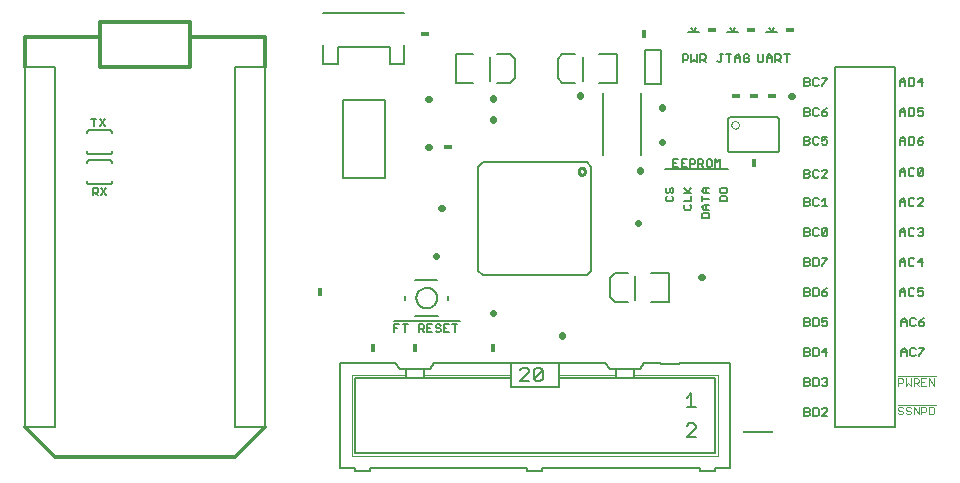
<source format=gto>
G75*
%MOIN*%
%OFA0B0*%
%FSLAX24Y24*%
%IPPOS*%
%LPD*%
%AMOC8*
5,1,8,0,0,1.08239X$1,22.5*
%
%ADD10C,0.0050*%
%ADD11C,0.0040*%
%ADD12C,0.0080*%
%ADD13C,0.0220*%
%ADD14C,0.0100*%
%ADD15C,0.0060*%
%ADD16C,0.0020*%
%ADD17R,0.0300X0.0180*%
%ADD18R,0.0180X0.0300*%
%ADD19C,0.0120*%
%ADD20R,0.1000X0.0100*%
%ADD21C,0.0079*%
D10*
X014970Y005808D02*
X014970Y006059D01*
X015137Y006059D01*
X015246Y006059D02*
X015413Y006059D01*
X015330Y006059D02*
X015330Y005808D01*
X015053Y005933D02*
X014970Y005933D01*
X014945Y006158D02*
X017155Y006158D01*
X017071Y006059D02*
X016904Y006059D01*
X016987Y006059D02*
X016987Y005808D01*
X016794Y005808D02*
X016627Y005808D01*
X016627Y006059D01*
X016794Y006059D01*
X016711Y005933D02*
X016627Y005933D01*
X016518Y005892D02*
X016476Y005933D01*
X016393Y005933D01*
X016351Y005975D01*
X016351Y006017D01*
X016393Y006059D01*
X016476Y006059D01*
X016518Y006017D01*
X016518Y005892D02*
X016518Y005850D01*
X016476Y005808D01*
X016393Y005808D01*
X016351Y005850D01*
X016242Y005808D02*
X016075Y005808D01*
X016075Y006059D01*
X016242Y006059D01*
X016158Y005933D02*
X016075Y005933D01*
X015966Y005933D02*
X015924Y005892D01*
X015799Y005892D01*
X015882Y005892D02*
X015966Y005808D01*
X015966Y005933D02*
X015966Y006017D01*
X015924Y006059D01*
X015799Y006059D01*
X015799Y005808D01*
X019154Y004534D02*
X019229Y004609D01*
X019379Y004609D01*
X019454Y004534D01*
X019454Y004459D01*
X019154Y004158D01*
X019454Y004158D01*
X019615Y004233D02*
X019915Y004534D01*
X019915Y004233D01*
X019840Y004158D01*
X019690Y004158D01*
X019615Y004233D01*
X019615Y004534D01*
X019690Y004609D01*
X019840Y004609D01*
X019915Y004534D01*
X023000Y006883D02*
X023000Y007683D01*
X025225Y009603D02*
X025225Y009728D01*
X025266Y009770D01*
X025433Y009770D01*
X025475Y009728D01*
X025475Y009603D01*
X025225Y009603D01*
X025308Y009880D02*
X025225Y009963D01*
X025308Y010046D01*
X025475Y010046D01*
X025350Y010046D02*
X025350Y009880D01*
X025308Y009880D02*
X025475Y009880D01*
X025475Y010239D02*
X025225Y010239D01*
X025225Y010156D02*
X025225Y010323D01*
X025308Y010432D02*
X025225Y010515D01*
X025308Y010599D01*
X025475Y010599D01*
X025350Y010599D02*
X025350Y010432D01*
X025308Y010432D02*
X025475Y010432D01*
X025825Y010474D02*
X025866Y010432D01*
X026033Y010432D01*
X026075Y010474D01*
X026075Y010557D01*
X026033Y010599D01*
X025866Y010599D01*
X025825Y010557D01*
X025825Y010474D01*
X025866Y010323D02*
X025825Y010281D01*
X025825Y010156D01*
X026075Y010156D01*
X026075Y010281D01*
X026033Y010323D01*
X025866Y010323D01*
X024875Y010323D02*
X024875Y010156D01*
X024625Y010156D01*
X024666Y010046D02*
X024625Y010005D01*
X024625Y009921D01*
X024666Y009880D01*
X024833Y009880D01*
X024875Y009921D01*
X024875Y010005D01*
X024833Y010046D01*
X024792Y010432D02*
X024625Y010599D01*
X024625Y010432D02*
X024875Y010432D01*
X024750Y010474D02*
X024875Y010599D01*
X024275Y010557D02*
X024275Y010474D01*
X024233Y010432D01*
X024150Y010474D02*
X024108Y010432D01*
X024066Y010432D01*
X024025Y010474D01*
X024025Y010557D01*
X024066Y010599D01*
X024150Y010557D02*
X024192Y010599D01*
X024233Y010599D01*
X024275Y010557D01*
X024150Y010557D02*
X024150Y010474D01*
X024233Y010323D02*
X024275Y010281D01*
X024275Y010198D01*
X024233Y010156D01*
X024066Y010156D01*
X024025Y010198D01*
X024025Y010281D01*
X024066Y010323D01*
X024275Y011308D02*
X024442Y011308D01*
X024551Y011308D02*
X024718Y011308D01*
X024827Y011308D02*
X024827Y011559D01*
X024953Y011559D01*
X024994Y011517D01*
X024994Y011433D01*
X024953Y011392D01*
X024827Y011392D01*
X024635Y011433D02*
X024551Y011433D01*
X024551Y011308D02*
X024551Y011559D01*
X024718Y011559D01*
X024442Y011559D02*
X024275Y011559D01*
X024275Y011308D01*
X024275Y011433D02*
X024358Y011433D01*
X025104Y011392D02*
X025229Y011392D01*
X025271Y011433D01*
X025271Y011517D01*
X025229Y011559D01*
X025104Y011559D01*
X025104Y011308D01*
X025187Y011392D02*
X025271Y011308D01*
X025380Y011350D02*
X025422Y011308D01*
X025505Y011308D01*
X025547Y011350D01*
X025547Y011517D01*
X025505Y011559D01*
X025422Y011559D01*
X025380Y011517D01*
X025380Y011350D01*
X025656Y011308D02*
X025656Y011559D01*
X025740Y011475D01*
X025823Y011559D01*
X025823Y011308D01*
X023180Y011710D02*
X023180Y013757D01*
X021920Y013757D02*
X021920Y011710D01*
X021250Y014183D02*
X021250Y014983D01*
X018150Y014983D02*
X018150Y014183D01*
X024583Y014788D02*
X024583Y015059D01*
X024718Y015059D01*
X024763Y015014D01*
X024763Y014923D01*
X024718Y014878D01*
X024583Y014878D01*
X024878Y014788D02*
X024968Y014878D01*
X025058Y014788D01*
X025058Y015059D01*
X025172Y015059D02*
X025307Y015059D01*
X025352Y015014D01*
X025352Y014923D01*
X025307Y014878D01*
X025172Y014878D01*
X025172Y014788D02*
X025172Y015059D01*
X025262Y014878D02*
X025352Y014788D01*
X025736Y014833D02*
X025781Y014788D01*
X025826Y014788D01*
X025871Y014833D01*
X025871Y015059D01*
X025826Y015059D02*
X025916Y015059D01*
X026030Y015059D02*
X026211Y015059D01*
X026120Y015059D02*
X026120Y014788D01*
X026325Y014788D02*
X026325Y014968D01*
X026415Y015059D01*
X026505Y014968D01*
X026505Y014788D01*
X026620Y014833D02*
X026665Y014788D01*
X026755Y014788D01*
X026800Y014833D01*
X026800Y014923D01*
X026710Y014923D01*
X026620Y015014D02*
X026620Y014833D01*
X026505Y014923D02*
X026325Y014923D01*
X026620Y015014D02*
X026665Y015059D01*
X026755Y015059D01*
X026800Y015014D01*
X027086Y015059D02*
X027086Y014833D01*
X027131Y014788D01*
X027221Y014788D01*
X027266Y014833D01*
X027266Y015059D01*
X027380Y014968D02*
X027470Y015059D01*
X027561Y014968D01*
X027561Y014788D01*
X027675Y014788D02*
X027675Y015059D01*
X027810Y015059D01*
X027855Y015014D01*
X027855Y014923D01*
X027810Y014878D01*
X027675Y014878D01*
X027765Y014878D02*
X027855Y014788D01*
X028060Y014788D02*
X028060Y015059D01*
X027970Y015059D02*
X028150Y015059D01*
X027561Y014923D02*
X027380Y014923D01*
X027380Y014968D02*
X027380Y014788D01*
X028641Y014269D02*
X028776Y014269D01*
X028821Y014224D01*
X028821Y014178D01*
X028776Y014133D01*
X028641Y014133D01*
X028641Y013998D02*
X028641Y014269D01*
X028776Y014133D02*
X028821Y014088D01*
X028821Y014043D01*
X028776Y013998D01*
X028641Y013998D01*
X028936Y014043D02*
X028936Y014224D01*
X028981Y014269D01*
X029071Y014269D01*
X029116Y014224D01*
X029230Y014269D02*
X029411Y014269D01*
X029411Y014224D01*
X029230Y014043D01*
X029230Y013998D01*
X029116Y014043D02*
X029071Y013998D01*
X028981Y013998D01*
X028936Y014043D01*
X028981Y013269D02*
X028936Y013224D01*
X028936Y013043D01*
X028981Y012998D01*
X029071Y012998D01*
X029116Y013043D01*
X029230Y013043D02*
X029275Y012998D01*
X029365Y012998D01*
X029411Y013043D01*
X029411Y013088D01*
X029365Y013133D01*
X029230Y013133D01*
X029230Y013043D01*
X029230Y013133D02*
X029320Y013224D01*
X029411Y013269D01*
X029116Y013224D02*
X029071Y013269D01*
X028981Y013269D01*
X028821Y013224D02*
X028776Y013269D01*
X028641Y013269D01*
X028641Y012998D01*
X028776Y012998D01*
X028821Y013043D01*
X028821Y013088D01*
X028776Y013133D01*
X028641Y013133D01*
X028776Y013133D02*
X028821Y013178D01*
X028821Y013224D01*
X028776Y012319D02*
X028641Y012319D01*
X028641Y012048D01*
X028776Y012048D01*
X028821Y012093D01*
X028821Y012138D01*
X028776Y012183D01*
X028641Y012183D01*
X028776Y012183D02*
X028821Y012228D01*
X028821Y012274D01*
X028776Y012319D01*
X028936Y012274D02*
X028936Y012093D01*
X028981Y012048D01*
X029071Y012048D01*
X029116Y012093D01*
X029230Y012093D02*
X029275Y012048D01*
X029365Y012048D01*
X029411Y012093D01*
X029411Y012183D01*
X029365Y012228D01*
X029320Y012228D01*
X029230Y012183D01*
X029230Y012319D01*
X029411Y012319D01*
X029116Y012274D02*
X029071Y012319D01*
X028981Y012319D01*
X028936Y012274D01*
X028981Y011219D02*
X028936Y011174D01*
X028936Y010993D01*
X028981Y010948D01*
X029071Y010948D01*
X029116Y010993D01*
X029230Y010948D02*
X029411Y011128D01*
X029411Y011174D01*
X029365Y011219D01*
X029275Y011219D01*
X029230Y011174D01*
X029116Y011174D02*
X029071Y011219D01*
X028981Y011219D01*
X028821Y011174D02*
X028821Y011128D01*
X028776Y011083D01*
X028641Y011083D01*
X028641Y010948D02*
X028776Y010948D01*
X028821Y010993D01*
X028821Y011038D01*
X028776Y011083D01*
X028821Y011174D02*
X028776Y011219D01*
X028641Y011219D01*
X028641Y010948D01*
X029230Y010948D02*
X029411Y010948D01*
X029320Y010269D02*
X029230Y010178D01*
X029116Y010224D02*
X029071Y010269D01*
X028981Y010269D01*
X028936Y010224D01*
X028936Y010043D01*
X028981Y009998D01*
X029071Y009998D01*
X029116Y010043D01*
X029230Y009998D02*
X029411Y009998D01*
X029320Y009998D02*
X029320Y010269D01*
X028821Y010224D02*
X028821Y010178D01*
X028776Y010133D01*
X028641Y010133D01*
X028641Y009998D02*
X028641Y010269D01*
X028776Y010269D01*
X028821Y010224D01*
X028776Y010133D02*
X028821Y010088D01*
X028821Y010043D01*
X028776Y009998D01*
X028641Y009998D01*
X028641Y009269D02*
X028776Y009269D01*
X028821Y009224D01*
X028821Y009178D01*
X028776Y009133D01*
X028641Y009133D01*
X028641Y008998D02*
X028776Y008998D01*
X028821Y009043D01*
X028821Y009088D01*
X028776Y009133D01*
X028936Y009043D02*
X028936Y009224D01*
X028981Y009269D01*
X029071Y009269D01*
X029116Y009224D01*
X029230Y009224D02*
X029275Y009269D01*
X029365Y009269D01*
X029411Y009224D01*
X029230Y009043D01*
X029275Y008998D01*
X029365Y008998D01*
X029411Y009043D01*
X029411Y009224D01*
X029230Y009224D02*
X029230Y009043D01*
X029116Y009043D02*
X029071Y008998D01*
X028981Y008998D01*
X028936Y009043D01*
X028641Y008998D02*
X028641Y009269D01*
X028641Y008269D02*
X028776Y008269D01*
X028821Y008224D01*
X028821Y008178D01*
X028776Y008133D01*
X028641Y008133D01*
X028641Y007998D02*
X028776Y007998D01*
X028821Y008043D01*
X028821Y008088D01*
X028776Y008133D01*
X028641Y007998D02*
X028641Y008269D01*
X028936Y008269D02*
X029071Y008269D01*
X029116Y008224D01*
X029116Y008043D01*
X029071Y007998D01*
X028936Y007998D01*
X028936Y008269D01*
X029230Y008269D02*
X029411Y008269D01*
X029411Y008224D01*
X029230Y008043D01*
X029230Y007998D01*
X029071Y007269D02*
X028936Y007269D01*
X028936Y006998D01*
X029071Y006998D01*
X029116Y007043D01*
X029116Y007224D01*
X029071Y007269D01*
X029230Y007133D02*
X029365Y007133D01*
X029411Y007088D01*
X029411Y007043D01*
X029365Y006998D01*
X029275Y006998D01*
X029230Y007043D01*
X029230Y007133D01*
X029320Y007224D01*
X029411Y007269D01*
X028821Y007224D02*
X028821Y007178D01*
X028776Y007133D01*
X028641Y007133D01*
X028641Y006998D02*
X028776Y006998D01*
X028821Y007043D01*
X028821Y007088D01*
X028776Y007133D01*
X028821Y007224D02*
X028776Y007269D01*
X028641Y007269D01*
X028641Y006998D01*
X028641Y006269D02*
X028776Y006269D01*
X028821Y006224D01*
X028821Y006178D01*
X028776Y006133D01*
X028641Y006133D01*
X028641Y005998D02*
X028641Y006269D01*
X028776Y006133D02*
X028821Y006088D01*
X028821Y006043D01*
X028776Y005998D01*
X028641Y005998D01*
X028936Y005998D02*
X028936Y006269D01*
X029071Y006269D01*
X029116Y006224D01*
X029116Y006043D01*
X029071Y005998D01*
X028936Y005998D01*
X029230Y006043D02*
X029275Y005998D01*
X029365Y005998D01*
X029411Y006043D01*
X029411Y006133D01*
X029365Y006178D01*
X029320Y006178D01*
X029230Y006133D01*
X029230Y006269D01*
X029411Y006269D01*
X029365Y005269D02*
X029230Y005133D01*
X029411Y005133D01*
X029365Y004998D02*
X029365Y005269D01*
X029116Y005224D02*
X029071Y005269D01*
X028936Y005269D01*
X028936Y004998D01*
X029071Y004998D01*
X029116Y005043D01*
X029116Y005224D01*
X028821Y005224D02*
X028776Y005269D01*
X028641Y005269D01*
X028641Y004998D01*
X028776Y004998D01*
X028821Y005043D01*
X028821Y005088D01*
X028776Y005133D01*
X028641Y005133D01*
X028776Y005133D02*
X028821Y005178D01*
X028821Y005224D01*
X028776Y004269D02*
X028641Y004269D01*
X028641Y003998D01*
X028776Y003998D01*
X028821Y004043D01*
X028821Y004088D01*
X028776Y004133D01*
X028641Y004133D01*
X028776Y004133D02*
X028821Y004178D01*
X028821Y004224D01*
X028776Y004269D01*
X028936Y004269D02*
X029071Y004269D01*
X029116Y004224D01*
X029116Y004043D01*
X029071Y003998D01*
X028936Y003998D01*
X028936Y004269D01*
X029230Y004224D02*
X029275Y004269D01*
X029365Y004269D01*
X029411Y004224D01*
X029411Y004178D01*
X029365Y004133D01*
X029411Y004088D01*
X029411Y004043D01*
X029365Y003998D01*
X029275Y003998D01*
X029230Y004043D01*
X029320Y004133D02*
X029365Y004133D01*
X029365Y003269D02*
X029275Y003269D01*
X029230Y003224D01*
X029116Y003224D02*
X029071Y003269D01*
X028936Y003269D01*
X028936Y002998D01*
X029071Y002998D01*
X029116Y003043D01*
X029116Y003224D01*
X029230Y002998D02*
X029411Y003178D01*
X029411Y003224D01*
X029365Y003269D01*
X029411Y002998D02*
X029230Y002998D01*
X028821Y003043D02*
X028776Y002998D01*
X028641Y002998D01*
X028641Y003269D01*
X028776Y003269D01*
X028821Y003224D01*
X028821Y003178D01*
X028776Y003133D01*
X028641Y003133D01*
X028776Y003133D02*
X028821Y003088D01*
X028821Y003043D01*
X031875Y004998D02*
X031875Y005178D01*
X031965Y005269D01*
X032055Y005178D01*
X032055Y004998D01*
X032170Y005043D02*
X032215Y004998D01*
X032305Y004998D01*
X032350Y005043D01*
X032464Y005043D02*
X032464Y004998D01*
X032464Y005043D02*
X032644Y005224D01*
X032644Y005269D01*
X032464Y005269D01*
X032350Y005224D02*
X032305Y005269D01*
X032215Y005269D01*
X032170Y005224D01*
X032170Y005043D01*
X032055Y005133D02*
X031875Y005133D01*
X031875Y005998D02*
X031875Y006178D01*
X031965Y006269D01*
X032055Y006178D01*
X032055Y005998D01*
X032170Y006043D02*
X032215Y005998D01*
X032305Y005998D01*
X032350Y006043D01*
X032464Y006043D02*
X032509Y005998D01*
X032599Y005998D01*
X032644Y006043D01*
X032644Y006088D01*
X032599Y006133D01*
X032464Y006133D01*
X032464Y006043D01*
X032464Y006133D02*
X032554Y006224D01*
X032644Y006269D01*
X032350Y006224D02*
X032305Y006269D01*
X032215Y006269D01*
X032170Y006224D01*
X032170Y006043D01*
X032055Y006133D02*
X031875Y006133D01*
X031825Y006998D02*
X031825Y007178D01*
X031915Y007269D01*
X032005Y007178D01*
X032005Y006998D01*
X032120Y007043D02*
X032165Y006998D01*
X032255Y006998D01*
X032300Y007043D01*
X032414Y007043D02*
X032459Y006998D01*
X032549Y006998D01*
X032594Y007043D01*
X032594Y007133D01*
X032549Y007178D01*
X032504Y007178D01*
X032414Y007133D01*
X032414Y007269D01*
X032594Y007269D01*
X032300Y007224D02*
X032255Y007269D01*
X032165Y007269D01*
X032120Y007224D01*
X032120Y007043D01*
X032005Y007133D02*
X031825Y007133D01*
X031825Y007998D02*
X031825Y008178D01*
X031915Y008269D01*
X032005Y008178D01*
X032005Y007998D01*
X032120Y008043D02*
X032165Y007998D01*
X032255Y007998D01*
X032300Y008043D01*
X032414Y008133D02*
X032549Y008269D01*
X032549Y007998D01*
X032594Y008133D02*
X032414Y008133D01*
X032300Y008224D02*
X032255Y008269D01*
X032165Y008269D01*
X032120Y008224D01*
X032120Y008043D01*
X032005Y008133D02*
X031825Y008133D01*
X031825Y008998D02*
X031825Y009178D01*
X031915Y009269D01*
X032005Y009178D01*
X032005Y008998D01*
X032120Y009043D02*
X032165Y008998D01*
X032255Y008998D01*
X032300Y009043D01*
X032414Y009043D02*
X032459Y008998D01*
X032549Y008998D01*
X032594Y009043D01*
X032594Y009088D01*
X032549Y009133D01*
X032504Y009133D01*
X032549Y009133D02*
X032594Y009178D01*
X032594Y009224D01*
X032549Y009269D01*
X032459Y009269D01*
X032414Y009224D01*
X032300Y009224D02*
X032255Y009269D01*
X032165Y009269D01*
X032120Y009224D01*
X032120Y009043D01*
X032005Y009133D02*
X031825Y009133D01*
X031825Y009998D02*
X031825Y010178D01*
X031915Y010269D01*
X032005Y010178D01*
X032005Y009998D01*
X032120Y010043D02*
X032165Y009998D01*
X032255Y009998D01*
X032300Y010043D01*
X032414Y009998D02*
X032594Y010178D01*
X032594Y010224D01*
X032549Y010269D01*
X032459Y010269D01*
X032414Y010224D01*
X032300Y010224D02*
X032255Y010269D01*
X032165Y010269D01*
X032120Y010224D01*
X032120Y010043D01*
X032005Y010133D02*
X031825Y010133D01*
X032414Y009998D02*
X032594Y009998D01*
X032549Y010998D02*
X032459Y010998D01*
X032414Y011043D01*
X032594Y011224D01*
X032594Y011043D01*
X032549Y010998D01*
X032414Y011043D02*
X032414Y011224D01*
X032459Y011269D01*
X032549Y011269D01*
X032594Y011224D01*
X032300Y011224D02*
X032255Y011269D01*
X032165Y011269D01*
X032120Y011224D01*
X032120Y011043D01*
X032165Y010998D01*
X032255Y010998D01*
X032300Y011043D01*
X032005Y010998D02*
X032005Y011178D01*
X031915Y011269D01*
X031825Y011178D01*
X031825Y010998D01*
X031825Y011133D02*
X032005Y011133D01*
X032005Y012048D02*
X032005Y012228D01*
X031915Y012319D01*
X031825Y012228D01*
X031825Y012048D01*
X031825Y012183D02*
X032005Y012183D01*
X032120Y012048D02*
X032255Y012048D01*
X032300Y012093D01*
X032300Y012274D01*
X032255Y012319D01*
X032120Y012319D01*
X032120Y012048D01*
X032414Y012093D02*
X032459Y012048D01*
X032549Y012048D01*
X032594Y012093D01*
X032594Y012138D01*
X032549Y012183D01*
X032414Y012183D01*
X032414Y012093D01*
X032414Y012183D02*
X032504Y012274D01*
X032594Y012319D01*
X032549Y012998D02*
X032459Y012998D01*
X032414Y013043D01*
X032414Y013133D02*
X032504Y013178D01*
X032549Y013178D01*
X032594Y013133D01*
X032594Y013043D01*
X032549Y012998D01*
X032414Y013133D02*
X032414Y013269D01*
X032594Y013269D01*
X032300Y013224D02*
X032255Y013269D01*
X032120Y013269D01*
X032120Y012998D01*
X032255Y012998D01*
X032300Y013043D01*
X032300Y013224D01*
X032005Y013178D02*
X032005Y012998D01*
X032005Y013133D02*
X031825Y013133D01*
X031825Y013178D02*
X031915Y013269D01*
X032005Y013178D01*
X031825Y013178D02*
X031825Y012998D01*
X031825Y013998D02*
X031825Y014178D01*
X031915Y014269D01*
X032005Y014178D01*
X032005Y013998D01*
X032120Y013998D02*
X032255Y013998D01*
X032300Y014043D01*
X032300Y014224D01*
X032255Y014269D01*
X032120Y014269D01*
X032120Y013998D01*
X032005Y014133D02*
X031825Y014133D01*
X032414Y014133D02*
X032594Y014133D01*
X032549Y013998D02*
X032549Y014269D01*
X032414Y014133D01*
X024878Y014788D02*
X024878Y015059D01*
X005368Y010609D02*
X005201Y010358D01*
X005092Y010358D02*
X005008Y010442D01*
X005050Y010442D02*
X004925Y010442D01*
X004925Y010358D02*
X004925Y010609D01*
X005050Y010609D01*
X005092Y010567D01*
X005092Y010483D01*
X005050Y010442D01*
X005201Y010609D02*
X005368Y010358D01*
X005318Y012658D02*
X005151Y012909D01*
X005042Y012909D02*
X004875Y012909D01*
X004958Y012909D02*
X004958Y012658D01*
X005151Y012658D02*
X005318Y012909D01*
X024715Y003609D02*
X024865Y003759D01*
X024865Y003308D01*
X024715Y003308D02*
X025015Y003308D01*
X024940Y002759D02*
X024790Y002759D01*
X024715Y002684D01*
X024940Y002759D02*
X025015Y002684D01*
X025015Y002609D01*
X024715Y002308D01*
X025015Y002308D01*
D11*
X031770Y003103D02*
X031810Y003063D01*
X031890Y003063D01*
X031930Y003103D01*
X031930Y003143D01*
X031890Y003183D01*
X031810Y003183D01*
X031770Y003223D01*
X031770Y003264D01*
X031810Y003304D01*
X031890Y003304D01*
X031930Y003264D01*
X032028Y003264D02*
X032028Y003223D01*
X032068Y003183D01*
X032148Y003183D01*
X032188Y003143D01*
X032188Y003103D01*
X032148Y003063D01*
X032068Y003063D01*
X032028Y003103D01*
X032028Y003264D02*
X032068Y003304D01*
X032148Y003304D01*
X032188Y003264D01*
X032286Y003304D02*
X032446Y003063D01*
X032446Y003304D01*
X032543Y003304D02*
X032664Y003304D01*
X032704Y003264D01*
X032704Y003183D01*
X032664Y003143D01*
X032543Y003143D01*
X032543Y003063D02*
X032543Y003304D01*
X032286Y003304D02*
X032286Y003063D01*
X032801Y003063D02*
X032921Y003063D01*
X032961Y003103D01*
X032961Y003264D01*
X032921Y003304D01*
X032801Y003304D01*
X032801Y003063D01*
X033039Y003383D02*
X031750Y003383D01*
X031770Y004013D02*
X031770Y004254D01*
X031890Y004254D01*
X031930Y004214D01*
X031930Y004133D01*
X031890Y004093D01*
X031770Y004093D01*
X031750Y004333D02*
X033039Y004333D01*
X032961Y004254D02*
X032961Y004013D01*
X032801Y004254D01*
X032801Y004013D01*
X032704Y004013D02*
X032543Y004013D01*
X032543Y004254D01*
X032704Y004254D01*
X032624Y004133D02*
X032543Y004133D01*
X032446Y004133D02*
X032406Y004093D01*
X032286Y004093D01*
X032286Y004013D02*
X032286Y004254D01*
X032406Y004254D01*
X032446Y004214D01*
X032446Y004133D01*
X032366Y004093D02*
X032446Y004013D01*
X032188Y004013D02*
X032188Y004254D01*
X032028Y004254D02*
X032028Y004013D01*
X032108Y004093D01*
X032188Y004013D01*
D12*
X031650Y002633D02*
X029650Y002633D01*
X029650Y014633D01*
X031650Y014633D01*
X031650Y002633D01*
X024134Y006811D02*
X023544Y006811D01*
X024134Y006811D02*
X024134Y007756D01*
X023544Y007756D01*
X022756Y007756D02*
X022323Y007756D01*
X022166Y007598D01*
X022166Y006968D01*
X022323Y006811D01*
X022756Y006811D01*
X021540Y007851D02*
X021382Y007694D01*
X017918Y007694D01*
X017760Y007851D01*
X017760Y011316D01*
X017918Y011473D01*
X021382Y011473D01*
X021540Y011316D01*
X021540Y007851D01*
X024000Y011233D02*
X026100Y011233D01*
X022384Y014111D02*
X021794Y014111D01*
X022384Y014111D02*
X022384Y015056D01*
X021794Y015056D01*
X021006Y015056D02*
X020573Y015056D01*
X020416Y014898D01*
X020416Y014268D01*
X020573Y014111D01*
X021006Y014111D01*
X018984Y014268D02*
X018827Y014111D01*
X018394Y014111D01*
X018984Y014268D02*
X018984Y014898D01*
X018827Y015056D01*
X018394Y015056D01*
X017606Y015056D02*
X017016Y015056D01*
X017016Y014111D01*
X017606Y014111D01*
X015289Y014751D02*
X014816Y014751D01*
X014816Y015302D01*
X013084Y015302D01*
X013084Y014751D01*
X012611Y014751D01*
X012611Y015381D01*
X012611Y016444D02*
X015289Y016444D01*
X015289Y015381D02*
X015289Y014751D01*
X014650Y013523D02*
X013250Y013523D01*
X013250Y010943D01*
X014650Y010943D01*
X014650Y013523D01*
X010650Y014633D02*
X010650Y002633D01*
X009650Y002633D01*
X009650Y014633D01*
X010650Y014633D01*
X005475Y012533D02*
X004825Y012533D01*
X004808Y012531D01*
X004791Y012527D01*
X004775Y012520D01*
X004761Y012510D01*
X004748Y012497D01*
X004738Y012483D01*
X004731Y012467D01*
X004727Y012450D01*
X004725Y012433D01*
X005475Y012533D02*
X005492Y012531D01*
X005509Y012527D01*
X005525Y012520D01*
X005539Y012510D01*
X005552Y012497D01*
X005562Y012483D01*
X005569Y012467D01*
X005573Y012450D01*
X005575Y012433D01*
X005575Y011833D02*
X005573Y011816D01*
X005569Y011799D01*
X005562Y011783D01*
X005552Y011769D01*
X005539Y011756D01*
X005525Y011746D01*
X005509Y011739D01*
X005492Y011735D01*
X005475Y011733D01*
X004825Y011733D01*
X004808Y011735D01*
X004791Y011739D01*
X004775Y011746D01*
X004761Y011756D01*
X004748Y011769D01*
X004738Y011783D01*
X004731Y011799D01*
X004727Y011816D01*
X004725Y011833D01*
X004825Y011533D02*
X005475Y011533D01*
X005492Y011531D01*
X005509Y011527D01*
X005525Y011520D01*
X005539Y011510D01*
X005552Y011497D01*
X005562Y011483D01*
X005569Y011467D01*
X005573Y011450D01*
X005575Y011433D01*
X004825Y011533D02*
X004808Y011531D01*
X004791Y011527D01*
X004775Y011520D01*
X004761Y011510D01*
X004748Y011497D01*
X004738Y011483D01*
X004731Y011467D01*
X004727Y011450D01*
X004725Y011433D01*
X004725Y010833D02*
X004727Y010816D01*
X004731Y010799D01*
X004738Y010783D01*
X004748Y010769D01*
X004761Y010756D01*
X004775Y010746D01*
X004791Y010739D01*
X004808Y010735D01*
X004825Y010733D01*
X005475Y010733D01*
X005492Y010735D01*
X005509Y010739D01*
X005525Y010746D01*
X005539Y010756D01*
X005552Y010769D01*
X005562Y010783D01*
X005569Y010799D01*
X005573Y010816D01*
X005575Y010833D01*
X003650Y014633D02*
X002650Y014633D01*
X002650Y002633D01*
X003650Y002633D01*
X003650Y014633D01*
X024769Y015816D02*
X024950Y015816D01*
X024858Y015938D01*
X024950Y015816D02*
X025131Y015816D01*
X025036Y015938D02*
X024960Y015822D01*
X026069Y015816D02*
X026250Y015816D01*
X026158Y015938D01*
X026250Y015816D02*
X026431Y015816D01*
X026336Y015938D02*
X026260Y015822D01*
X027369Y015816D02*
X027550Y015816D01*
X027458Y015938D01*
X027550Y015816D02*
X027731Y015816D01*
X027636Y015938D02*
X027560Y015822D01*
D13*
X028188Y013683D02*
X028212Y013683D01*
X023900Y013295D02*
X023900Y013271D01*
X023900Y012145D02*
X023900Y012121D01*
X023150Y011195D02*
X023150Y011171D01*
X023100Y009445D02*
X023100Y009421D01*
X025188Y007633D02*
X025212Y007633D01*
X020550Y005695D02*
X020550Y005671D01*
X018250Y006421D02*
X018250Y006445D01*
X016350Y008321D02*
X016350Y008345D01*
X016538Y009933D02*
X016562Y009933D01*
X016112Y011983D02*
X016088Y011983D01*
X018250Y012871D02*
X018250Y012895D01*
X018250Y013571D02*
X018250Y013595D01*
X016112Y013583D02*
X016088Y013583D01*
X021150Y013671D02*
X021150Y013695D01*
D14*
X021114Y011158D02*
X021116Y011178D01*
X021121Y011198D01*
X021131Y011216D01*
X021143Y011233D01*
X021158Y011247D01*
X021176Y011257D01*
X021195Y011265D01*
X021215Y011269D01*
X021235Y011269D01*
X021255Y011265D01*
X021274Y011257D01*
X021292Y011247D01*
X021307Y011233D01*
X021319Y011216D01*
X021329Y011198D01*
X021334Y011178D01*
X021336Y011158D01*
X021334Y011138D01*
X021329Y011118D01*
X021319Y011100D01*
X021307Y011083D01*
X021292Y011069D01*
X021274Y011059D01*
X021255Y011051D01*
X021235Y011047D01*
X021215Y011047D01*
X021195Y011051D01*
X021176Y011059D01*
X021158Y011069D01*
X021143Y011083D01*
X021131Y011100D01*
X021121Y011118D01*
X021116Y011138D01*
X021114Y011158D01*
D15*
X026094Y011897D02*
X026094Y012862D01*
X026094Y012866D02*
X026095Y012883D01*
X026100Y012900D01*
X026107Y012915D01*
X026117Y012929D01*
X026129Y012941D01*
X026143Y012951D01*
X026158Y012958D01*
X026175Y012963D01*
X026192Y012964D01*
X026196Y012964D02*
X027708Y012964D01*
X027725Y012963D01*
X027742Y012958D01*
X027757Y012951D01*
X027771Y012941D01*
X027783Y012929D01*
X027793Y012915D01*
X027800Y012900D01*
X027805Y012883D01*
X027806Y012866D01*
X027806Y012870D02*
X027806Y011905D01*
X027806Y011901D02*
X027805Y011884D01*
X027800Y011867D01*
X027793Y011852D01*
X027783Y011838D01*
X027771Y011826D01*
X027757Y011816D01*
X027742Y011809D01*
X027725Y011804D01*
X027708Y011803D01*
X026192Y011803D01*
X026175Y011804D01*
X026158Y011809D01*
X026143Y011816D01*
X026129Y011826D01*
X026117Y011838D01*
X026107Y011852D01*
X026100Y011867D01*
X026095Y011884D01*
X026094Y011901D01*
X023860Y014073D02*
X023340Y014073D01*
X023340Y015193D01*
X023860Y015193D01*
X023860Y014073D01*
X023850Y004783D02*
X023300Y004783D01*
X023150Y004583D01*
X022950Y004583D01*
X022350Y004583D01*
X022150Y004583D01*
X022000Y004783D01*
X020450Y004783D01*
X020450Y004383D01*
X020450Y004283D01*
X022350Y004283D01*
X022950Y004283D01*
X025650Y004283D01*
X025650Y001783D01*
X013650Y001783D01*
X013650Y004283D01*
X015350Y004283D01*
X015950Y004283D01*
X018850Y004283D01*
X018850Y004383D01*
X018850Y004783D01*
X020450Y004783D01*
X020450Y004283D02*
X020450Y003983D01*
X018850Y003983D01*
X018850Y004283D01*
X018850Y004783D02*
X016300Y004783D01*
X016150Y004583D01*
X015950Y004583D01*
X015350Y004583D01*
X015350Y004383D01*
X015350Y004283D01*
X015950Y004283D02*
X015950Y004383D01*
X015950Y004583D01*
X015350Y004583D02*
X015150Y004583D01*
X015000Y004783D01*
X013150Y004783D01*
X013150Y001283D01*
X013650Y001283D01*
X013650Y001183D01*
X014150Y001183D01*
X014150Y001283D01*
X019400Y001283D01*
X019400Y001183D01*
X019900Y001183D01*
X019900Y001283D01*
X025150Y001283D01*
X025150Y001183D01*
X025650Y001183D01*
X025650Y001283D01*
X026150Y001283D01*
X026150Y004783D01*
X024450Y004783D01*
X024450Y004733D01*
X023850Y004733D01*
X023850Y004783D01*
X022950Y004583D02*
X022950Y004383D01*
X022950Y004283D01*
X022350Y004283D02*
X022350Y004383D01*
X022350Y004583D01*
D16*
X022350Y004383D02*
X020450Y004383D01*
X018850Y004383D02*
X015950Y004383D01*
X015350Y004383D02*
X013550Y004383D01*
X013550Y001683D01*
X025750Y001683D01*
X025750Y004383D01*
X022950Y004383D01*
X026208Y012706D02*
X026210Y012728D01*
X026216Y012749D01*
X026225Y012769D01*
X026237Y012787D01*
X026253Y012803D01*
X026271Y012815D01*
X026291Y012824D01*
X026312Y012830D01*
X026334Y012832D01*
X026356Y012830D01*
X026377Y012824D01*
X026397Y012815D01*
X026415Y012803D01*
X026431Y012787D01*
X026443Y012769D01*
X026452Y012749D01*
X026458Y012728D01*
X026460Y012706D01*
X026458Y012684D01*
X026452Y012663D01*
X026443Y012643D01*
X026431Y012625D01*
X026415Y012609D01*
X026397Y012597D01*
X026377Y012588D01*
X026356Y012582D01*
X026334Y012580D01*
X026312Y012582D01*
X026291Y012588D01*
X026271Y012597D01*
X026253Y012609D01*
X026237Y012625D01*
X026225Y012643D01*
X026216Y012663D01*
X026210Y012684D01*
X026208Y012706D01*
D17*
X026350Y013683D03*
X026950Y013683D03*
X027550Y013683D03*
X028150Y015883D03*
X026850Y015883D03*
X025550Y015883D03*
X016754Y011966D03*
X016000Y015733D03*
D18*
X023300Y015733D03*
X026950Y011433D03*
X018250Y005283D03*
X015650Y005283D03*
X014250Y005283D03*
X012500Y007133D03*
D19*
X003650Y001633D02*
X002650Y002633D01*
X003650Y001633D02*
X009650Y001633D01*
X010650Y002633D01*
X010650Y014633D02*
X010650Y015633D01*
X008150Y015633D01*
X008150Y014633D01*
X005150Y014633D01*
X005150Y015633D01*
X002650Y015633D01*
X002650Y014633D01*
X005150Y015633D02*
X005150Y016133D01*
X008150Y016133D01*
X008150Y015633D01*
D20*
X027100Y002483D03*
D21*
X016759Y006855D02*
X016759Y007012D01*
X015706Y006933D02*
X015708Y006970D01*
X015714Y007006D01*
X015723Y007041D01*
X015737Y007075D01*
X015754Y007108D01*
X015774Y007138D01*
X015797Y007166D01*
X015823Y007192D01*
X015852Y007214D01*
X015883Y007234D01*
X015916Y007250D01*
X015951Y007262D01*
X015986Y007271D01*
X016023Y007276D01*
X016059Y007277D01*
X016096Y007274D01*
X016132Y007267D01*
X016167Y007257D01*
X016200Y007242D01*
X016232Y007225D01*
X016262Y007204D01*
X016290Y007179D01*
X016315Y007153D01*
X016337Y007123D01*
X016355Y007092D01*
X016370Y007058D01*
X016382Y007024D01*
X016390Y006988D01*
X016394Y006951D01*
X016394Y006915D01*
X016390Y006878D01*
X016382Y006842D01*
X016370Y006808D01*
X016355Y006774D01*
X016337Y006743D01*
X016315Y006713D01*
X016290Y006687D01*
X016262Y006662D01*
X016232Y006641D01*
X016200Y006624D01*
X016167Y006609D01*
X016132Y006599D01*
X016096Y006592D01*
X016059Y006589D01*
X016023Y006590D01*
X015986Y006595D01*
X015951Y006604D01*
X015916Y006616D01*
X015883Y006632D01*
X015852Y006652D01*
X015823Y006674D01*
X015797Y006700D01*
X015774Y006728D01*
X015754Y006758D01*
X015737Y006791D01*
X015723Y006825D01*
X015714Y006860D01*
X015708Y006896D01*
X015706Y006933D01*
X015341Y007012D02*
X015341Y006855D01*
X015656Y006343D02*
X016444Y006343D01*
X016404Y007524D02*
X015656Y007524D01*
M02*

</source>
